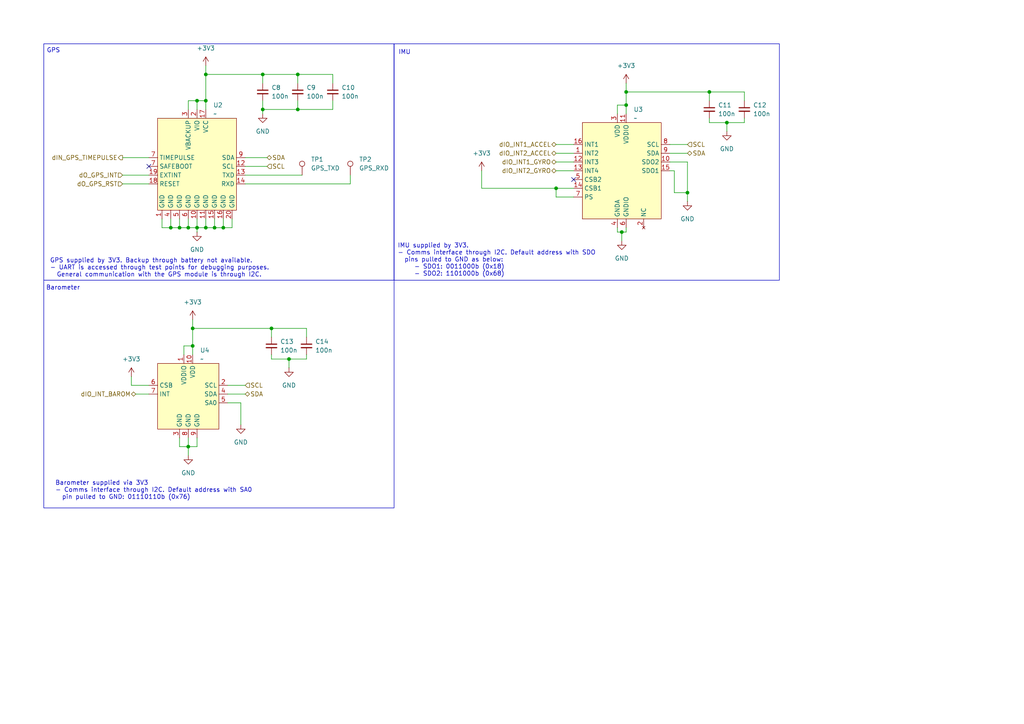
<source format=kicad_sch>
(kicad_sch (version 20250114) (generator "eeschema") (generator_version "9.0")
  (paper "A4")
  (title_block (title "Flight Computer: Sensors") (date "2026-01-19") (rev "A0.1") (company "MD"))
  (lib_symbols
    (symbol "Connector:TestPoint" (pin_numbers (hide yes)) (pin_names (offset 0.762) (hide yes))
      (property "Reference" "TP" (at 0 6.858 0))
      (property "Value" "TestPoint" (at 0 5.08 0))
      (symbol "TestPoint_0_1"
        (circle (center 0 3.302) (radius 0.762))
      )
      (symbol "TestPoint_1_1"
        (pin passive line (at 0 0 90) (length 2.54) (name "1") (number "1"))
      )
    )
    (symbol "CustomKicadSymbols:BMI088"
      (property "Reference" "U" (at 12.7 13.208 0))
      (symbol "BMI088_0_1"
        (rectangle (start -11.43 13.97) (end 11.43 -13.97) (fill (type background)))
      )
      (symbol "BMI088_1_1"
        (pin bidirectional line (at -13.97 7.62 0) (length 2.54) (name "INT1") (number "16"))
        (pin bidirectional line (at -13.97 5.08 0) (length 2.54) (name "INT2") (number "1"))
        (pin bidirectional line (at -13.97 2.54 0) (length 2.54) (name "INT3") (number "12"))
        (pin bidirectional line (at -13.97 0 0) (length 2.54) (name "INT4") (number "13"))
        (pin input line (at -13.97 -2.54 0) (length 2.54) (name "CSB2") (number "5"))
        (pin input line (at -13.97 -5.08 0) (length 2.54) (name "CSB1") (number "14"))
        (pin input line (at -13.97 -7.62 0) (length 2.54) (name "PS") (number "7"))
        (pin power_in line (at -1.27 16.51 270) (length 2.54) (name "VDD") (number "3"))
        (pin power_in line (at -1.27 -16.51 90) (length 2.54) (name "GNDA") (number "4"))
        (pin power_in line (at 1.27 16.51 270) (length 2.54) (name "VDDIO") (number "11"))
        (pin power_in line (at 1.27 -16.51 90) (length 2.54) (name "GNDIO") (number "6"))
        (pin no_connect line (at 6.35 -16.51 90) (length 2.54) (name "NC") (number "2"))
        (pin input line (at 13.97 7.62 180) (length 2.54) (name "SCL") (number "8"))
        (pin bidirectional line (at 13.97 5.08 180) (length 2.54) (name "SDA") (number "9"))
        (pin output line (at 13.97 2.54 180) (length 2.54) (name "SDO2") (number "10"))
        (pin output line (at 13.97 0 180) (length 2.54) (name "SDO1") (number "15"))
      )
    )
    (symbol "CustomKicadSymbols:BMP390"
      (property "Reference" "U" (at 9.906 8.128 0))
      (symbol "BMP390_0_1"
        (rectangle (start -8.89 8.89) (end 8.89 -10.16) (fill (type background)))
      )
      (symbol "BMP390_1_1"
        (pin bidirectional line (at -11.43 2.54 0) (length 2.54) (name "CSB") (number "6"))
        (pin bidirectional line (at -11.43 0 0) (length 2.54) (name "INT") (number "7"))
        (pin power_in line (at -2.54 -12.7 90) (length 2.54) (name "GND") (number "3"))
        (pin power_in line (at -1.27 11.43 270) (length 2.54) (name "VDDIO") (number "1"))
        (pin power_in line (at 0 -12.7 90) (length 2.54) (name "GND") (number "8"))
        (pin power_in line (at 1.27 11.43 270) (length 2.54) (name "VDD") (number "10"))
        (pin power_in line (at 2.54 -12.7 90) (length 2.54) (name "GND") (number "9"))
        (pin input line (at 11.43 2.54 180) (length 2.54) (name "SCL") (number "2"))
        (pin bidirectional line (at 11.43 0 180) (length 2.54) (name "SDA") (number "4"))
        (pin bidirectional line (at 11.43 -2.54 180) (length 2.54) (name "SA0") (number "5"))
      )
    )
    (symbol "CustomKicadSymbols:SAM-M10Q"
      (property "Reference" "U" (at 12.446 12.954 0))
      (symbol "SAM-M10Q_0_1"
        (rectangle (start -11.43 13.97) (end 11.43 -12.7) (fill (type background)))
      )
      (symbol "SAM-M10Q_1_1"
        (pin output line (at -13.97 2.54 0) (length 2.54) (name "TIMEPULSE") (number "7"))
        (pin input line (at -13.97 0 0) (length 2.54) (name "SAFEBOOT") (number "7"))
        (pin input line (at -13.97 -2.54 0) (length 2.54) (name "EXTINT") (number "19"))
        (pin input line (at -13.97 -5.08 0) (length 2.54) (name "RESET") (number "18"))
        (pin power_in line (at -10.16 -15.24 90) (length 2.54) (name "GND") (number "1"))
        (pin power_in line (at -7.62 -15.24 90) (length 2.54) (name "GND") (number "4"))
        (pin power_in line (at -5.08 -15.24 90) (length 2.54) (name "GND") (number "5"))
        (pin power_in line (at -2.54 16.51 270) (length 2.54) (name "VBACKUP") (number "3"))
        (pin power_in line (at -2.54 -15.24 90) (length 2.54) (name "GND") (number "6"))
        (pin power_in line (at 0 16.51 270) (length 2.54) (name "VIO") (number "2"))
        (pin power_in line (at 0 -15.24 90) (length 2.54) (name "GND") (number "10"))
        (pin power_in line (at 2.54 16.51 270) (length 2.54) (name "VCC") (number "17"))
        (pin power_in line (at 2.54 -15.24 90) (length 2.54) (name "GND") (number "11"))
        (pin power_in line (at 5.08 -15.24 90) (length 2.54) (name "GND") (number "15"))
        (pin power_in line (at 7.62 -15.24 90) (length 2.54) (name "GND") (number "16"))
        (pin power_in line (at 10.16 -15.24 90) (length 2.54) (name "GND") (number "20"))
        (pin bidirectional line (at 13.97 2.54 180) (length 2.54) (name "SDA") (number "9"))
        (pin bidirectional line (at 13.97 0 180) (length 2.54) (name "SCL") (number "12"))
        (pin bidirectional line (at 13.97 -2.54 180) (length 2.54) (name "TXD") (number "13"))
        (pin bidirectional line (at 13.97 -5.08 180) (length 2.54) (name "RXD") (number "14"))
      )
    )
    (symbol "Device:C_Small" (pin_numbers (hide yes)) (pin_names (offset 0.254) (hide yes))
      (property "Reference" "C" (at 0.254 1.778 0))
      (property "Value" "C_Small" (at 0.254 -2.032 0))
      (symbol "C_Small_0_1"
        (polyline (pts (xy -1.524 0.508) (xy 1.524 0.508)) (stroke (width 0.3048)))
        (polyline (pts (xy -1.524 -0.508) (xy 1.524 -0.508)) (stroke (width 0.3302)))
      )
      (symbol "C_Small_1_1"
        (pin passive line (at 0 2.54 270) (length 2.032) (name "~") (number "1"))
        (pin passive line (at 0 -2.54 90) (length 2.032) (name "~") (number "2"))
      )
    )
    (symbol "power:+3V3" (power) (pin_numbers (hide yes)) (pin_names (offset 0) (hide yes))
      (property "Value" "+3V3" (at 0 3.556 0))
      (symbol "+3V3_0_1"
        (polyline (pts (xy -0.762 1.27) (xy 0 2.54)))
        (polyline (pts (xy 0 2.54) (xy 0.762 1.27)))
        (polyline (pts (xy 0 0) (xy 0 2.54)))
      )
      (symbol "+3V3_1_1"
        (pin power_in line (at 0 0 90) (length 0) (name "~") (number "1"))
      )
    )
    (symbol "power:GND" (power) (pin_numbers (hide yes)) (pin_names (offset 0) (hide yes))
      (property "Value" "GND" (at 0 -3.81 0))
      (symbol "GND_0_1"
        (polyline (pts (xy 0 0) (xy 0 -1.27) (xy 1.27 -1.27) (xy 0 -2.54) (xy -1.27 -1.27) (xy 0 -1.27)))
      )
      (symbol "GND_1_1"
        (pin power_in line (at 0 0 270) (length 0) (name "~") (number "1"))
      )
    )
  )
  (rectangle (start 12.7 12.7) (end 114.3 81.28))
  (rectangle (start 114.3 12.7) (end 226.06 81.28))
  (rectangle (start 12.7 81.28) (end 114.3 147.32))
  (text "Barometer\n" (at 18.288 83.566 0) (effects (font (size 1.27 1.27))))
  (text "Barometer supplied via 3V3\n- Comms interface through I2C. Default address with SA0 \n  pin pulled to GND: 01110110b (0x76)" (at 16.002 142.24 0) (effects (font (size 1.27 1.27)) (justify left)))
  (text "IMU\n" (at 117.348 15.24 0) (effects (font (size 1.27 1.27))))
  (text "IMU supplied by 3V3.\n- Comms interface through I2C. Default address with SDO \n  pins pulled to GND as below:\n	- SDO1: 0011000b (0x18)\n	- SDO2: 1101000b (0x68)" (at 115.316 75.438 0) (effects (font (size 1.27 1.27)) (justify left)))
  (text "GPS\n" (at 15.494 14.732 0) (effects (font (size 1.27 1.27))))
  (text "GPS supplied by 3V3. Backup through battery not available.\n- UART is accessed through test points for debugging purposes. \n  General communication with the GPS module is through I2C." (at 14.478 77.724 0) (effects (font (size 1.27 1.27)) (justify left)))
  (junction (at 54.61 129.54))
  (junction (at 210.82 35.56))
  (junction (at 83.82 104.14))
  (junction (at 62.23 66.04))
  (junction (at 52.07 66.04))
  (junction (at 76.2 31.75))
  (junction (at 78.74 95.25))
  (junction (at 86.36 21.59))
  (junction (at 86.36 31.75))
  (junction (at 181.61 30.48))
  (junction (at 57.15 66.04))
  (junction (at 59.69 21.59))
  (junction (at 54.61 66.04))
  (junction (at 180.34 67.31))
  (junction (at 76.2 21.59))
  (junction (at 64.77 66.04))
  (junction (at 181.61 26.67))
  (junction (at 59.69 29.21))
  (junction (at 57.15 29.21))
  (junction (at 49.53 66.04))
  (junction (at 55.88 100.33))
  (junction (at 199.39 55.88))
  (junction (at 161.29 54.61))
  (junction (at 205.74 26.67))
  (junction (at 59.69 66.04))
  (junction (at 55.88 95.25))
  (no_connect (at 166.37 52.07))
  (no_connect (at 43.18 48.26))
  (wire (pts (xy 35.56 50.8) (xy 43.18 50.8)))
  (wire (pts (xy 180.34 67.31) (xy 181.61 67.31)))
  (wire (pts (xy 179.07 67.31) (xy 180.34 67.31)))
  (wire (pts (xy 46.99 63.5) (xy 46.99 66.04)))
  (wire (pts (xy 205.74 34.29) (xy 205.74 35.56)))
  (wire (pts (xy 62.23 66.04) (xy 59.69 66.04)))
  (wire (pts (xy 71.12 50.8) (xy 87.63 50.8)))
  (wire (pts (xy 180.34 67.31) (xy 180.34 69.85)))
  (wire (pts (xy 67.31 66.04) (xy 64.77 66.04)))
  (wire (pts (xy 76.2 29.21) (xy 76.2 31.75)))
  (wire (pts (xy 205.74 35.56) (xy 210.82 35.56)))
  (wire (pts (xy 181.61 33.02) (xy 181.61 30.48)))
  (wire (pts (xy 49.53 66.04) (xy 46.99 66.04)))
  (wire (pts (xy 57.15 129.54) (xy 54.61 129.54)))
  (wire (pts (xy 78.74 95.25) (xy 78.74 97.79)))
  (wire (pts (xy 59.69 29.21) (xy 59.69 31.75)))
  (wire (pts (xy 215.9 35.56) (xy 210.82 35.56)))
  (wire (pts (xy 139.7 54.61) (xy 161.29 54.61)))
  (wire (pts (xy 181.61 30.48) (xy 179.07 30.48)))
  (wire (pts (xy 101.6 50.8) (xy 101.6 53.34)))
  (wire (pts (xy 54.61 31.75) (xy 54.61 29.21)))
  (wire (pts (xy 54.61 129.54) (xy 54.61 132.08)))
  (wire (pts (xy 66.04 116.84) (xy 69.85 116.84)))
  (wire (pts (xy 35.56 45.72) (xy 43.18 45.72)))
  (wire (pts (xy 181.61 26.67) (xy 205.74 26.67)))
  (wire (pts (xy 54.61 29.21) (xy 57.15 29.21)))
  (wire (pts (xy 96.52 29.21) (xy 96.52 31.75)))
  (wire (pts (xy 59.69 21.59) (xy 59.69 29.21)))
  (wire (pts (xy 83.82 104.14) (xy 83.82 106.68)))
  (wire (pts (xy 86.36 21.59) (xy 86.36 24.13)))
  (wire (pts (xy 71.12 53.34) (xy 101.6 53.34)))
  (wire (pts (xy 205.74 26.67) (xy 205.74 29.21)))
  (wire (pts (xy 49.53 63.5) (xy 49.53 66.04)))
  (wire (pts (xy 210.82 35.56) (xy 210.82 38.1)))
  (wire (pts (xy 161.29 44.45) (xy 166.37 44.45)))
  (wire (pts (xy 194.31 46.99) (xy 199.39 46.99)))
  (wire (pts (xy 161.29 54.61) (xy 166.37 54.61)))
  (wire (pts (xy 181.61 26.67) (xy 181.61 30.48)))
  (wire (pts (xy 139.7 49.53) (xy 139.7 54.61)))
  (wire (pts (xy 64.77 66.04) (xy 62.23 66.04)))
  (wire (pts (xy 59.69 21.59) (xy 76.2 21.59)))
  (wire (pts (xy 88.9 104.14) (xy 83.82 104.14)))
  (wire (pts (xy 54.61 129.54) (xy 54.61 127)))
  (wire (pts (xy 59.69 19.05) (xy 59.69 21.59)))
  (wire (pts (xy 57.15 63.5) (xy 57.15 66.04)))
  (wire (pts (xy 71.12 48.26) (xy 77.47 48.26)))
  (wire (pts (xy 181.61 24.13) (xy 181.61 26.67)))
  (wire (pts (xy 55.88 95.25) (xy 55.88 100.33)))
  (wire (pts (xy 161.29 46.99) (xy 166.37 46.99)))
  (wire (pts (xy 194.31 41.91) (xy 199.39 41.91)))
  (wire (pts (xy 67.31 63.5) (xy 67.31 66.04)))
  (wire (pts (xy 78.74 95.25) (xy 88.9 95.25)))
  (wire (pts (xy 55.88 92.71) (xy 55.88 95.25)))
  (wire (pts (xy 38.1 109.22) (xy 38.1 111.76)))
  (wire (pts (xy 205.74 26.67) (xy 215.9 26.67)))
  (wire (pts (xy 195.58 49.53) (xy 195.58 55.88)))
  (wire (pts (xy 76.2 31.75) (xy 76.2 33.02)))
  (wire (pts (xy 64.77 63.5) (xy 64.77 66.04)))
  (wire (pts (xy 88.9 97.79) (xy 88.9 95.25)))
  (wire (pts (xy 195.58 55.88) (xy 199.39 55.88)))
  (wire (pts (xy 57.15 127) (xy 57.15 129.54)))
  (wire (pts (xy 69.85 116.84) (xy 69.85 123.19)))
  (wire (pts (xy 53.34 102.87) (xy 53.34 100.33)))
  (wire (pts (xy 194.31 49.53) (xy 195.58 49.53)))
  (wire (pts (xy 179.07 66.04) (xy 179.07 67.31)))
  (wire (pts (xy 78.74 102.87) (xy 78.74 104.14)))
  (wire (pts (xy 54.61 63.5) (xy 54.61 66.04)))
  (wire (pts (xy 53.34 100.33) (xy 55.88 100.33)))
  (wire (pts (xy 86.36 21.59) (xy 96.52 21.59)))
  (wire (pts (xy 39.37 114.3) (xy 43.18 114.3)))
  (wire (pts (xy 161.29 41.91) (xy 166.37 41.91)))
  (wire (pts (xy 54.61 66.04) (xy 52.07 66.04)))
  (wire (pts (xy 199.39 46.99) (xy 199.39 55.88)))
  (wire (pts (xy 96.52 24.13) (xy 96.52 21.59)))
  (wire (pts (xy 57.15 67.31) (xy 57.15 66.04)))
  (wire (pts (xy 54.61 66.04) (xy 57.15 66.04)))
  (wire (pts (xy 86.36 31.75) (xy 76.2 31.75)))
  (wire (pts (xy 62.23 63.5) (xy 62.23 66.04)))
  (wire (pts (xy 86.36 29.21) (xy 86.36 31.75)))
  (wire (pts (xy 179.07 30.48) (xy 179.07 33.02)))
  (wire (pts (xy 55.88 95.25) (xy 78.74 95.25)))
  (wire (pts (xy 35.56 53.34) (xy 43.18 53.34)))
  (wire (pts (xy 66.04 111.76) (xy 71.12 111.76)))
  (wire (pts (xy 215.9 29.21) (xy 215.9 26.67)))
  (wire (pts (xy 161.29 57.15) (xy 161.29 54.61)))
  (wire (pts (xy 38.1 111.76) (xy 43.18 111.76)))
  (wire (pts (xy 52.07 127) (xy 52.07 129.54)))
  (wire (pts (xy 57.15 29.21) (xy 59.69 29.21)))
  (wire (pts (xy 76.2 21.59) (xy 86.36 21.59)))
  (wire (pts (xy 59.69 63.5) (xy 59.69 66.04)))
  (wire (pts (xy 52.07 63.5) (xy 52.07 66.04)))
  (wire (pts (xy 215.9 34.29) (xy 215.9 35.56)))
  (wire (pts (xy 161.29 49.53) (xy 166.37 49.53)))
  (wire (pts (xy 78.74 104.14) (xy 83.82 104.14)))
  (wire (pts (xy 66.04 114.3) (xy 71.12 114.3)))
  (wire (pts (xy 194.31 44.45) (xy 199.39 44.45)))
  (wire (pts (xy 181.61 67.31) (xy 181.61 66.04)))
  (wire (pts (xy 59.69 66.04) (xy 57.15 66.04)))
  (wire (pts (xy 55.88 100.33) (xy 55.88 102.87)))
  (wire (pts (xy 166.37 57.15) (xy 161.29 57.15)))
  (wire (pts (xy 71.12 45.72) (xy 77.47 45.72)))
  (wire (pts (xy 76.2 21.59) (xy 76.2 24.13)))
  (wire (pts (xy 57.15 31.75) (xy 57.15 29.21)))
  (wire (pts (xy 199.39 58.42) (xy 199.39 55.88)))
  (wire (pts (xy 52.07 129.54) (xy 54.61 129.54)))
  (wire (pts (xy 86.36 31.75) (xy 96.52 31.75)))
  (wire (pts (xy 49.53 66.04) (xy 52.07 66.04)))
  (wire (pts (xy 88.9 102.87) (xy 88.9 104.14)))
  (hierarchical_label "dO_GPS_INT" (shape input) (at 35.56 50.8 180))
  (hierarchical_label "dIO_INT2_GYRO" (shape bidirectional) (at 161.29 49.53 180))
  (hierarchical_label "SDA" (shape bidirectional) (at 199.39 44.45 0))
  (hierarchical_label "dIO_INT1_ACCEL" (shape bidirectional) (at 161.29 41.91 180))
  (hierarchical_label "dIO_INT_BAROM" (shape bidirectional) (at 39.37 114.3 180))
  (hierarchical_label "SDA" (shape bidirectional) (at 77.47 45.72 0))
  (hierarchical_label "dIN_GPS_TIMEPULSE" (shape output) (at 35.56 45.72 180))
  (hierarchical_label "dIO_INT1_GYRO" (shape bidirectional) (at 161.29 46.99 180))
  (hierarchical_label "dIO_INT2_ACCEL" (shape bidirectional) (at 161.29 44.45 180))
  (hierarchical_label "SCL" (shape input) (at 71.12 111.76 0))
  (hierarchical_label "dO_GPS_RST" (shape input) (at 35.56 53.34 180))
  (hierarchical_label "SCL" (shape input) (at 77.47 48.26 0))
  (hierarchical_label "SDA" (shape bidirectional) (at 71.12 114.3 0))
  (hierarchical_label "SCL" (shape input) (at 199.39 41.91 0))
  (symbol (lib_id "power:GND") (at 57.15 67.31 0) (unit 1)
    (property "Reference" "#PWR021" (effects (hide yes)))
    (property "Value" "GND" (at 57.15 72.39 0))
    (property "Description" "Power symbol creates a global label with name \"GND\" , ground" (effects (hide yes)))
  )
  (symbol (lib_id "Device:C_Small") (at 205.74 31.75 0) (unit 1)
    (property "Reference" "C11" (at 208.28 30.4862 0) (effects (justify left)))
    (property "Value" "100n" (at 208.28 33.0262 0) (effects (justify left)))
    (property "Footprint" "Capacitor_SMD:C_0603_1608Metric_Pad1.08x0.95mm_HandSolder" (effects (hide yes)))
    (property "Description" "Unpolarized capacitor, small symbol" (effects (hide yes)))
  )
  (symbol (lib_id "Connector:TestPoint") (at 87.63 50.8 0) (unit 1)
    (property "Reference" "TP1" (at 90.17 46.2279 0) (effects (justify left)))
    (property "Value" "GPS_TXD" (at 90.17 48.7679 0) (effects (justify left)))
    (property "Description" "test point" (effects (hide yes)))
  )
  (symbol (lib_id "Device:C_Small") (at 86.36 26.67 0) (unit 1)
    (property "Reference" "C9" (at 88.9 25.4062 0) (effects (justify left)))
    (property "Value" "100n" (at 88.9 27.9462 0) (effects (justify left)))
    (property "Footprint" "Capacitor_SMD:C_0603_1608Metric_Pad1.08x0.95mm_HandSolder" (effects (hide yes)))
    (property "Description" "Unpolarized capacitor, small symbol" (effects (hide yes)))
  )
  (symbol (lib_id "power:GND") (at 69.85 123.19 0) (unit 1)
    (property "Reference" "#PWR029" (effects (hide yes)))
    (property "Value" "GND" (at 69.85 128.27 0))
    (property "Description" "Power symbol creates a global label with name \"GND\" , ground" (effects (hide yes)))
  )
  (symbol (lib_id "Connector:TestPoint") (at 101.6 50.8 0) (unit 1)
    (property "Reference" "TP2" (at 104.14 46.2279 0) (effects (justify left)))
    (property "Value" "GPS_RXD" (at 104.14 48.7679 0) (effects (justify left)))
    (property "Description" "test point" (effects (hide yes)))
  )
  (symbol (lib_id "Device:C_Small") (at 76.2 26.67 0) (unit 1)
    (property "Reference" "C8" (at 78.74 25.4062 0) (effects (justify left)))
    (property "Value" "100n" (at 78.74 27.9462 0) (effects (justify left)))
    (property "Footprint" "Capacitor_SMD:C_0603_1608Metric_Pad1.08x0.95mm_HandSolder" (effects (hide yes)))
    (property "Description" "Unpolarized capacitor, small symbol" (effects (hide yes)))
  )
  (symbol (lib_id "Device:C_Small") (at 215.9 31.75 0) (unit 1)
    (property "Reference" "C12" (at 218.44 30.4862 0) (effects (justify left)))
    (property "Value" "100n" (at 218.44 33.0262 0) (effects (justify left)))
    (property "Footprint" "Capacitor_SMD:C_0603_1608Metric_Pad1.08x0.95mm_HandSolder" (effects (hide yes)))
    (property "Description" "Unpolarized capacitor, small symbol" (effects (hide yes)))
  )
  (symbol (lib_id "power:GND") (at 180.34 69.85 0) (unit 1)
    (property "Reference" "#PWR026" (effects (hide yes)))
    (property "Value" "GND" (at 180.34 74.93 0))
    (property "Description" "Power symbol creates a global label with name \"GND\" , ground" (effects (hide yes)))
  )
  (symbol (lib_id "power:+3V3") (at 55.88 92.71 0) (unit 1)
    (property "Reference" "#PWR027" (effects (hide yes)))
    (property "Value" "+3V3" (at 55.88 87.63 0))
    (property "Description" "Power symbol creates a global label with name \"+3V3\"" (effects (hide yes)))
  )
  (symbol (lib_id "power:GND") (at 54.61 132.08 0) (unit 1)
    (property "Reference" "#PWR030" (effects (hide yes)))
    (property "Value" "GND" (at 54.61 137.16 0))
    (property "Description" "Power symbol creates a global label with name \"GND\" , ground" (effects (hide yes)))
  )
  (symbol (lib_id "Device:C_Small") (at 78.74 100.33 0) (unit 1)
    (property "Reference" "C13" (at 81.28 99.0662 0) (effects (justify left)))
    (property "Value" "100n" (at 81.28 101.6062 0) (effects (justify left)))
    (property "Footprint" "Capacitor_SMD:C_0603_1608Metric_Pad1.08x0.95mm_HandSolder" (effects (hide yes)))
    (property "Description" "Unpolarized capacitor, small symbol" (effects (hide yes)))
  )
  (symbol (lib_id "power:GND") (at 76.2 33.02 0) (unit 1)
    (property "Reference" "#PWR020" (effects (hide yes)))
    (property "Value" "GND" (at 76.2 38.1 0))
    (property "Description" "Power symbol creates a global label with name \"GND\" , ground" (effects (hide yes)))
  )
  (symbol (lib_id "power:GND") (at 83.82 106.68 0) (unit 1)
    (property "Reference" "#PWR028" (effects (hide yes)))
    (property "Value" "GND" (at 83.82 111.76 0))
    (property "Description" "Power symbol creates a global label with name \"GND\" , ground" (effects (hide yes)))
  )
  (symbol (lib_id "CustomKicadSymbols:BMI088") (at 180.34 49.53 0) (unit 1)
    (property "Reference" "U3" (at 183.7533 31.75 0) (effects (justify left)))
    (property "Value" "~" (at 183.7533 34.29 0) (effects (justify left)))
    (property "Footprint" "CustomKicadFootprints:BMI088" (effects (hide yes)))
  )
  (symbol (lib_id "CustomKicadSymbols:BMP390") (at 54.61 114.3 0) (unit 1)
    (property "Reference" "U4" (at 58.0233 101.6 0) (effects (justify left)))
    (property "Value" "~" (at 58.0233 104.14 0) (effects (justify left)))
  )
  (symbol (lib_id "power:GND") (at 210.82 38.1 0) (unit 1)
    (property "Reference" "#PWR023" (effects (hide yes)))
    (property "Value" "GND" (at 210.82 43.18 0))
    (property "Description" "Power symbol creates a global label with name \"GND\" , ground" (effects (hide yes)))
  )
  (symbol (lib_id "power:+3V3") (at 38.1 109.22 0) (unit 1)
    (property "Reference" "#PWR031" (effects (hide yes)))
    (property "Value" "+3V3" (at 38.1 104.14 0))
    (property "Description" "Power symbol creates a global label with name \"+3V3\"" (effects (hide yes)))
  )
  (symbol (lib_id "power:+3V3") (at 139.7 49.53 0) (unit 1)
    (property "Reference" "#PWR024" (effects (hide yes)))
    (property "Value" "+3V3" (at 139.7 44.45 0))
    (property "Description" "Power symbol creates a global label with name \"+3V3\"" (effects (hide yes)))
  )
  (symbol (lib_id "Device:C_Small") (at 96.52 26.67 0) (unit 1)
    (property "Reference" "C10" (at 99.06 25.4062 0) (effects (justify left)))
    (property "Value" "100n" (at 99.06 27.9462 0) (effects (justify left)))
    (property "Footprint" "Capacitor_SMD:C_0603_1608Metric_Pad1.08x0.95mm_HandSolder" (effects (hide yes)))
    (property "Description" "Unpolarized capacitor, small symbol" (effects (hide yes)))
  )
  (symbol (lib_id "Device:C_Small") (at 88.9 100.33 0) (unit 1)
    (property "Reference" "C14" (at 91.44 99.0662 0) (effects (justify left)))
    (property "Value" "100n" (at 91.44 101.6062 0) (effects (justify left)))
    (property "Footprint" "Capacitor_SMD:C_0603_1608Metric_Pad1.08x0.95mm_HandSolder" (effects (hide yes)))
    (property "Description" "Unpolarized capacitor, small symbol" (effects (hide yes)))
  )
  (symbol (lib_id "power:+3V3") (at 181.61 24.13 0) (unit 1)
    (property "Reference" "#PWR022" (effects (hide yes)))
    (property "Value" "+3V3" (at 181.61 19.05 0))
    (property "Description" "Power symbol creates a global label with name \"+3V3\"" (effects (hide yes)))
  )
  (symbol (lib_id "power:GND") (at 199.39 58.42 0) (unit 1)
    (property "Reference" "#PWR025" (effects (hide yes)))
    (property "Value" "GND" (at 199.39 63.5 0))
    (property "Description" "Power symbol creates a global label with name \"GND\" , ground" (effects (hide yes)))
  )
  (symbol (lib_id "CustomKicadSymbols:SAM-M10Q") (at 57.15 48.26 0) (unit 1)
    (property "Reference" "U2" (at 61.8333 30.48 0) (effects (justify left)))
    (property "Value" "~" (at 61.8333 33.02 0) (effects (justify left)))
  )
  (symbol (lib_id "power:+3V3") (at 59.69 19.05 0) (unit 1)
    (property "Reference" "#PWR019" (effects (hide yes)))
    (property "Value" "+3V3" (at 59.69 13.97 0))
    (property "Description" "Power symbol creates a global label with name \"+3V3\"" (effects (hide yes)))
  )
)
</source>
